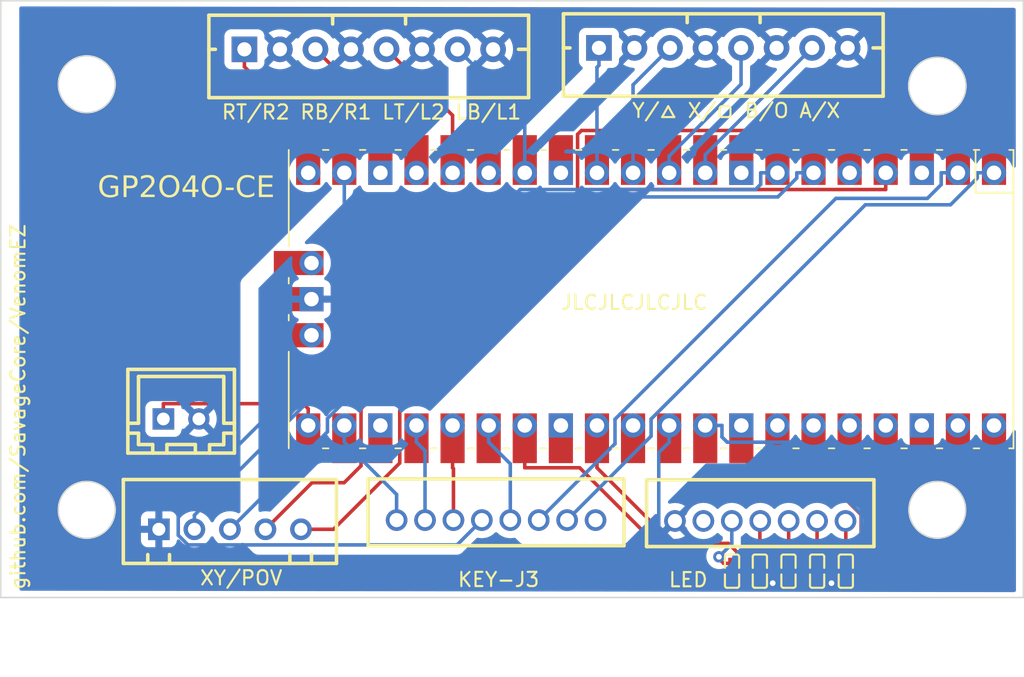
<source format=kicad_pcb>
(kicad_pcb (version 20221018) (generator pcbnew)
  (title_block (title "EZ Mod for Venom PS3/PS4") (date "2023-07-07") (rev "0.0.1") (company "SavageCore"))
  (layers (0 "F.Cu" signal) (31 "B.Cu" signal) (34 "B.Paste" user) (35 "F.Paste" user) (36 "B.SilkS" user "B.Silkscreen") (37 "F.SilkS" user "F.Silkscreen") (38 "B.Mask" user) (39 "F.Mask" user) (44 "Edge.Cuts" user))
  (net 0 "")
  (net 1 "DOWN")
  (net 2 "GND")
  (net 3 "S2 (START)")
  (net 4 "S1 (SELECT)")
  (net 5 "A2 (TP{slash}CAPTURE)")
  (net 6 "TURBO")
  (net 7 "LS TOGGLE")
  (net 8 "TURBO1")
  (net 9 "PS4 MODE")
  (net 10 "TURBO LED")
  (net 11 "PLED 4")
  (net 12 "PLED 3")
  (net 13 "PLED 2")
  (net 14 "PLED 1")
  (net 15 "LEFT")
  (net 16 "A1 (HOME)")
  (net 17 "RIGHT")
  (net 18 "(3K) R2")
  (net 19 "(3P) R1")
  (net 20 "(4K) L2")
  (net 21 "(4P) L1")
  (net 22 "UP")
  (net 23 "(1K) B1")
  (net 24 "(2K) B2")
  (net 25 "(1P) B3")
  (net 26 "(2P) B4")
  (net 42 "PLEDC1")
  (net 43 "PLEDC2")
  (net 44 "PLEDC3")
  (net 45 "PLEDC4")
  (net 46 "TLEDC1")
  (footprint "MCU_RaspberryPi_and_Boards:RPi_Pico_SMD_TH" (layer "F.Cu") (at 123.2617 95.7077 -90)
    (fp_text reference "U1" hide)
    (fp_text value "Pico")
    (fp_line (start -10.5 -25.5) (end -10.5 -25.2) (stroke (width 0.12)) (layer "F.SilkS"))
    (fp_line (start -10.5 -25.5) (end 10.5 -25.5) (stroke (width 0.12)) (layer "F.SilkS"))
    (fp_line (start -10.5 -23.1) (end -10.5 -22.7) (stroke (width 0.12)) (layer "F.SilkS"))
    (fp_line (start -10.5 -22.833) (end -7.493 -22.833) (stroke (width 0.12)) (layer "F.SilkS"))
    (fp_line (start -10.5 -20.5) (end -10.5 -20.1) (stroke (width 0.12)) (layer "F.SilkS"))
    (fp_line (start -10.5 -18) (end -10.5 -17.6) (stroke (width 0.12)) (layer "F.SilkS"))
    (fp_line (start -10.5 -15.4) (end -10.5 -15) (stroke (width 0.12)) (layer "F.SilkS"))
    (fp_line (start -10.5 -12.9) (end -10.5 -12.5) (stroke (width 0.12)) (layer "F.SilkS"))
    (fp_line (start -10.5 -10.4) (end -10.5 -10) (stroke (width 0.12)) (layer "F.SilkS"))
    (fp_line (start -10.5 -7.8) (end -10.5 -7.4) (stroke (width 0.12)) (layer "F.SilkS"))
    (fp_line (start -10.5 -5.3) (end -10.5 -4.9) (stroke (width 0.12)) (layer "F.SilkS"))
    (fp_line (start -10.5 -2.7) (end -10.5 -2.3) (stroke (width 0.12)) (layer "F.SilkS"))
    (fp_line (start -10.5 -0.2) (end -10.5 0.2) (stroke (width 0.12)) (layer "F.SilkS"))
    (fp_line (start -10.5 2.3) (end -10.5 2.7) (stroke (width 0.12)) (layer "F.SilkS"))
    (fp_line (start -10.5 4.9) (end -10.5 5.3) (stroke (width 0.12)) (layer "F.SilkS"))
    (fp_line (start -10.5 7.4) (end -10.5 7.8) (stroke (width 0.12)) (layer "F.SilkS"))
    (fp_line (start -10.5 10) (end -10.5 10.4) (stroke (width 0.12)) (layer "F.SilkS"))
    (fp_line (start -10.5 12.5) (end -10.5 12.9) (stroke (width 0.12)) (layer "F.SilkS"))
    (fp_line (start -10.5 15.1) (end -10.5 15.5) (stroke (width 0.12)) (layer "F.SilkS"))
    (fp_line (start -10.5 17.6) (end -10.5 18) (stroke (width 0.12)) (layer "F.SilkS"))
    (fp_line (start -10.5 20.1) (end -10.5 20.5) (stroke (width 0.12)) (layer "F.SilkS"))
    (fp_line (start -10.5 22.7) (end -10.5 23.1) (stroke (width 0.12)) (layer "F.SilkS"))
    (fp_line (start -7.493 -22.833) (end -7.493 -25.5) (stroke (width 0.12)) (layer "F.SilkS"))
    (fp_line (start -3.7 25.5) (end -10.5 25.5) (stroke (width 0.12)) (layer "F.SilkS"))
    (fp_line (start -1.5 25.5) (end -1.1 25.5) (stroke (width 0.12)) (layer "F.SilkS"))
    (fp_line (start 1.1 25.5) (end 1.5 25.5) (stroke (width 0.12)) (layer "F.SilkS"))
    (fp_line (start 10.5 -25.5) (end 10.5 -25.2) (stroke (width 0.12)) (layer "F.SilkS"))
    (fp_line (start 10.5 -23.1) (end 10.5 -22.7) (stroke (width 0.12)) (layer "F.SilkS"))
    (fp_line (start 10.5 -20.5) (end 10.5 -20.1) (stroke (width 0.12)) (layer "F.SilkS"))
    (fp_line (start 10.5 -18) (end 10.5 -17.6) (stroke (width 0.12)) (layer "F.SilkS"))
    (fp_line (start 10.5 -15.4) (end 10.5 -15) (stroke (width 0.12)) (layer "F.SilkS"))
    (fp_line (start 10.5 -12.9) (end 10.5 -12.5) (stroke (width 0.12)) (layer "F.SilkS"))
    (fp_line (start 10.5 -10.4) (end 10.5 -10) (stroke (width 0.12)) (layer "F.SilkS"))
    (fp_line (start 10.5 -7.8) (end 10.5 -7.4) (stroke (width 0.12)) (layer "F.SilkS"))
    (fp_line (start 10.5 -5.3) (end 10.5 -4.9) (stroke (width 0.12)) (layer "F.SilkS"))
    (fp_line (start 10.5 -2.7) (end 10.5 -2.3) (stroke (width 0.12)) (layer "F.SilkS"))
    (fp_line (start 10.5 -0.2) (end 10.5 0.2) (stroke (width 0.12)) (layer "F.SilkS"))
    (fp_line (start 10.5 2.3) (end 10.5 2.7) (stroke (width 0.12)) (layer "F.SilkS"))
    (fp_line (start 10.5 4.9) (end 10.5 5.3) (stroke (width 0.12)) (layer "F.SilkS"))
    (fp_line (start 10.5 7.4) (end 10.5 7.8) (stroke (width 0.12)) (layer "F.SilkS"))
    (fp_line (start 10.5 10) (end 10.5 10.4) (stroke (width 0.12)) (layer "F.SilkS"))
    (fp_line (start 10.5 12.5) (end 10.5 12.9) (stroke (width 0.12)) (layer "F.SilkS"))
    (fp_line (start 10.5 15.1) (end 10.5 15.5) (stroke (width 0.12)) (layer "F.SilkS"))
    (fp_line (start 10.5 17.6) (end 10.5 18) (stroke (width 0.12)) (layer "F.SilkS"))
    (fp_line (start 10.5 20.1) (end 10.5 20.5) (stroke (width 0.12)) (layer "F.SilkS"))
    (fp_line (start 10.5 22.7) (end 10.5 23.1) (stroke (width 0.12)) (layer "F.SilkS"))
    (fp_line (start 10.5 25.5) (end 3.7 25.5) (stroke (width 0.12)) (layer "F.SilkS"))
    (pad "" np_thru_hole oval (at -2.725 -24 270) (size 1.8 1.8) (drill 1.8) (layers "*.Cu" "*.Mask"))
    (pad "" np_thru_hole oval (at -2.425 -20.97 270) (size 1.5 1.5) (drill 1.5) (layers "*.Cu" "*.Mask"))
    (pad "" np_thru_hole oval (at 2.425 -20.97 270) (size 1.5 1.5) (drill 1.5) (layers "*.Cu" "*.Mask"))
    (pad "" np_thru_hole oval (at 2.725 -24 270) (size 1.8 1.8) (drill 1.8) (layers "*.Cu" "*.Mask"))
    (pad "1" thru_hole oval (at -8.89 -24.13 270) (size 1.7 1.7) (drill 1.02) (layers "*.Cu" "*.Mask") (net 9 "PS4 MODE"))
    (pad "1" smd rect (at -8.89 -24.13 270) (size 3.5 1.7) (drill (offset -0.9 0)) (layers "F.Cu" "F.Mask") (net 9 "PS4 MODE"))
    (pad "2" thru_hole oval (at -8.89 -21.59 270) (size 1.7 1.7) (drill 1.02) (layers "*.Cu" "*.Mask") (net 8 "TURBO1"))
    (pad "2" smd rect (at -8.89 -21.59 270) (size 3.5 1.7) (drill (offset -0.9 0)) (layers "F.Cu" "F.Mask") (net 8 "TURBO1"))
    (pad "3" thru_hole rect (at -8.89 -19.05 270) (size 1.7 1.7) (drill 1.02) (layers "*.Cu" "*.Mask"))
    (pad "3" smd rect (at -8.89 -19.05 270) (size 3.5 1.7) (drill (offset -0.9 0)) (layers "F.Cu" "F.Mask"))
    (pad "4" thru_hole oval (at -8.89 -16.51 270) (size 1.7 1.7) (drill 1.02) (layers "*.Cu" "*.Mask") (net 22 "UP"))
    (pad "4" smd rect (at -8.89 -16.51 270) (size 3.5 1.7) (drill (offset -0.9 0)) (layers "F.Cu" "F.Mask") (net 22 "UP"))
    (pad "5" thru_hole oval (at -8.89 -13.97 270) (size 1.7 1.7) (drill 1.02) (layers "*.Cu" "*.Mask") (net 1 "DOWN"))
    (pad "5" smd rect (at -8.89 -13.97 270) (size 3.5 1.7) (drill (offset -0.9 0)) (layers "F.Cu" "F.Mask") (net 1 "DOWN"))
    (pad "6" thru_hole oval (at -8.89 -11.43 270) (size 1.7 1.7) (drill 1.02) (layers "*.Cu" "*.Mask") (net 17 "RIGHT"))
    (pad "6" smd rect (at -8.89 -11.43 270) (size 3.5 1.7) (drill (offset -0.9 0)) (layers "F.Cu" "F.Mask") (net 17 "RIGHT"))
    (pad "7" thru_hole oval (at -8.89 -8.89 270) (size 1.7 1.7) (drill 1.02) (layers "*.Cu" "*.Mask") (net 15 "LEFT"))
    (pad "7" smd rect (at -8.89 -8.89 270) (size 3.5 1.7) (drill (offset -0.9 0)) (layers "F.Cu" "F.Mask") (net 15 "LEFT"))
    (pad "8" thru_hole rect (at -8.89 -6.35 270) (size 1.7 1.7) (drill 1.02) (layers "*.Cu" "*.Mask"))
    (pad "8" smd rect (at -8.89 -6.35 270) (size 3.5 1.7) (drill (offset -0.9 0)) (layers "F.Cu" "F.Mask"))
    (pad "9" thru_hole oval (at -8.89 -3.81 270) (size 1.7 1.7) (drill 1.02) (layers "*.Cu" "*.Mask") (net 23 "(1K) B1"))
    (pad "9" smd rect (at -8.89 -3.81 270) (size 3.5 1.7) (drill (offset -0.9 0)) (layers "F.Cu" "F.Mask") (net 23 "(1K) B1"))
    (pad "10" thru_hole oval (at -8.89 -1.27 270) (size 1.7 1.7) (drill 1.02) (layers "*.Cu" "*.Mask") (net 24 "(2K) B2"))
    (pad "10" smd rect (at -8.89 -1.27 270) (size 3.5 1.7) (drill (offset -0.9 0)) (layers "F.Cu" "F.Mask") (net 24 "(2K) B2"))
    (pad "11" thru_hole oval (at -8.89 1.27 270) (size 1.7 1.7) (drill 1.02) (layers "*.Cu" "*.Mask") (net 25 "(1P) B3"))
    (pad "11" smd rect (at -8.89 1.27 270) (size 3.5 1.7) (drill (offset -0.9 0)) (layers "F.Cu" "F.Mask") (net 25 "(1P) B3"))
    (pad "12" thru_hole oval (at -8.89 3.81 270) (size 1.7 1.7) (drill 1.02) (layers "*.Cu" "*.Mask") (net 26 "(2P) B4"))
    (pad "12" smd rect (at -8.89 3.81 270) (size 3.5 1.7) (drill (offset -0.9 0)) (layers "F.Cu" "F.Mask") (net 26 "(2P) B4"))
    (pad "13" thru_hole rect (at -8.89 6.35 270) (size 1.7 1.7) (drill 1.02) (layers "*.Cu" "*.Mask"))
    (pad "13" smd rect (at -8.89 6.35 270) (size 3.5 1.7) (drill (offset -0.9 0)) (layers "F.Cu" "F.Mask"))
    (pad "14" thru_hole oval (at -8.89 8.89 270) (size 1.7 1.7) (drill 1.02) (layers "*.Cu" "*.Mask") (net 21 "(4P) L1"))
    (pad "14" smd rect (at -8.89 8.89 270) (size 3.5 1.7) (drill (offset -0.9 0)) (layers "F.Cu" "F.Mask") (net 21 "(4P) L1"))
    (pad "15" thru_hole oval (at -8.89 11.43 270) (size 1.7 1.7) (drill 1.02) (layers "*.Cu" "*.Mask"))
    (pad "15" smd rect (at -8.89 11.43 270) (size 3.5 1.7) (drill (offset -0.9 0)) (layers "F.Cu" "F.Mask"))
    (pad "16" thru_hole oval (at -8.89 13.97 270) (size 1.7 1.7) (drill 1.02) (layers "*.Cu" "*.Mask") (net 20 "(4K) L2"))
    (pad "16" smd rect (at -8.89 13.97 270) (size 3.5 1.7) (drill (offset -0.9 0)) (layers "F.Cu" "F.Mask") (net 20 "(4K) L2"))
    (pad "17" thru_hole oval (at -8.89 16.51 270) (size 1.7 1.7) (drill 1.02) (layers "*.Cu" "*.Mask") (net 19 "(3P) R1"))
    (pad "17" smd rect (at -8.89 16.51 270) (size 3.5 1.7) (drill (offset -0.9 0)) (layers "F.Cu" "F.Mask") (net 19 "(3P) R1"))
    (pad "18" thru_hole rect (at -8.89 19.05 270) (size 1.7 1.7) (drill 1.02) (layers "*.Cu" "*.Mask"))
    (pad "18" smd rect (at -8.89 19.05 270) (size 3.5 1.7) (drill (offset -0.9 0)) (layers "F.Cu" "F.Mask"))
    (pad "19" thru_hole oval (at -8.89 21.59 270) (size 1.7 1.7) (drill 1.02) (layers "*.Cu" "*.Mask") (net 6 "TURBO"))
    (pad "19" smd rect (at -8.89 21.59 270) (size 3.5 1.7) (drill (offset -0.9 0)) (layers "F.Cu" "F.Mask") (net 6 "TURBO"))
    (pad "20" thru_hole oval (at -8.89 24.13 270) (size 1.7 1.7) (drill 1.02) (layers "*.Cu" "*.Mask") (net 18 "(3K) R2"))
    (pad "20" smd rect (at -8.89 24.13 270) (size 3.5 1.7) (drill (offset -0.9 0)) (layers "F.Cu" "F.Mask") (net 18 "(3K) R2"))
    (pad "21" thru_hole oval (at 8.89 24.13 270) (size 1.7 1.7) (drill 1.02) (layers "*.Cu" "*.Mask") (net 16 "A1 (HOME)"))
    (pad "21" smd rect (at 8.89 24.13 270) (size 3.5 1.7) (drill (offset 0.9 0)) (layers "F.Cu" "F.Mask") (net 16 "A1 (HOME)"))
    (pad "22" thru_hole oval (at 8.89 21.59 270) (size 1.7 1.7) (drill 1.02) (layers "*.Cu" "*.Mask") (net 3 "S2 (START)"))
    (pad "22" smd rect (at 8.89 21.59 270) (size 3.5 1.7) (drill (offset 0.9 0)) (layers "F.Cu" "F.Mask") (net 3 "S2 (START)"))
    (pad "23" thru_hole rect (at 8.89 19.05 270) (size 1.7 1.7) (drill 1.02) (layers "*.Cu" "*.Mask"))
    (pad "23" smd rect (at 8.89 19.05 270) (size 3.5 1.7) (drill (offset 0.9 0)) (layers "F.Cu" "F.Mask"))
    (pad "24" thru_hole oval (at 8.89 16.51 270) (size 1.7 1.7) (drill 1.02) (layers "*.Cu" "*.Mask") (net 4 "S1 (SELECT)"))
    (pad "24" smd rect (at 8.89 16.51 270) (size 3.5 1.7) (drill (offset 0.9 0)) (layers "F.Cu" "F.Mask") (net 4 "S1 (SELECT)"))
    (pad "25" thru_hole oval (at 8.89 13.97 270) (size 1.7 1.7) (drill 1.02) (layers "*.Cu" "*.Mask") (net 5 "A2 (TP{slash}CAPTURE)"))
    (pad "25" smd rect (at 8.89 13.97 270) (size 3.5 1.7) (drill (offset 0.9 0)) (layers "F.Cu" "F.Mask") (net 5 "A2 (TP{slash}CAPTURE)"))
    (pad "26" thru_hole oval (at 8.89 11.43 270) (size 1.7 1.7) (drill 1.02) (layers "*.Cu" "*.Mask") (net 7 "LS TOGGLE"))
    (pad "26" smd rect (at 8.89 11.43 270) (size 3.5 1.7) (drill (offset 0.9 0)) (layers "F.Cu" "F.Mask") (net 7 "LS TOGGLE"))
    (pad "27" thru_hole oval (at 8.89 8.89 270) (size 1.7 1.7) (drill 1.02) (layers "*.Cu" "*.Mask") (net 46 "TLEDC1"))
    (pad "27" smd rect (at 8.89 8.89 270) (size 3.5 1.7) (drill (offset 0.9 0)) (layers "F.Cu" "F.Mask") (net 46 "TLEDC1"))
    (pad "28" thru_hole rect (at 8.89 6.35 270) (size 1.7 1.7) (drill 1.02) (layers "*.Cu" "*.Mask"))
    (pad "28" smd rect (at 8.89 6.35 270) (size 3.5 1.7) (drill (offset 0.9 0)) (layers "F.Cu" "F.Mask"))
    (pad "29" thru_hole oval (at 8.89 3.81 270) (size 1.7 1.7) (drill 1.02) (layers "*.Cu" "*.Mask") (net 45 "PLEDC4"))
    (pad "29" smd rect (at 8.89 3.81 270) (size 3.5 1.7) (drill (offset 0.9 0)) (layers "F.Cu" "F.Mask") (net 45 "PLEDC4"))
    (pad "30" thru_hole oval (at 8.89 1.27 270) (size 1.7 1.7) (drill 1.02) (layers "*.Cu" "*.Mask"))
    (pad "30" smd rect (at 8.89 1.27 270) (size 3.5 1.7) (drill (offset 0.9 0)) (layers "F.Cu" "F.Mask"))
    (pad "31" thru_hole oval (at 8.89 -1.27 270) (size 1.7 1.7) (drill 1.02) (layers "*.Cu" "*.Mask") (net 44 "PLEDC3"))
    (pad "31" smd rect (at 8.89 -1.27 270) (size 3.5 1.7) (drill (offset 0.9 0)) (layers "F.Cu" "F.Mask") (net 44 "PLEDC3"))
    (pad "32" thru_hole oval (at 8.89 -3.81 270) (size 1.7 1.7) (drill 1.02) (layers "*.Cu" "*.Mask") (net 43 "PLEDC2"))
    (pad "32" smd rect (at 8.89 -3.81 270) (size 3.5 1.7) (drill (offset 0.9 0)) (layers "F.Cu" "F.Mask") (net 43 "PLEDC2"))
    (pad "33" thru_hole rect (at 8.89 -6.35 270) (size 1.7 1.7) (drill 1.02) (layers "*.Cu" "*.Mask"))
    (pad "33" smd rect (at 8.89 -6.35 270) (size 3.5 1.7) (drill (offset 0.9 0)) (layers "F.Cu" "F.Mask"))
    (pad "34" thru_hole oval (at 8.89 -8.89 270) (size 1.7 1.7) (drill 1.02) (layers "*.Cu" "*.Mask") (net 42 "PLEDC1"))
    (pad "34" smd rect (at 8.89 -8.89 270) (size 3.5 1.7) (drill (offset 0.9 0)) (layers "F.Cu" "F.Mask") (net 42 "PLEDC1"))
    (pad "35" thru_hole oval (at 8.89 -11.43 270) (size 1.7 1.7) (drill 1.02) (layers "*.Cu" "*.Mask"))
    (pad "35" smd rect (at 8.89 -11.43 270) (size 3.5 1.7) (drill (offset 0.9 0)) (layers "F.Cu" "F.Mask"))
    (pad "36" thru_hole oval (at 8.89 -13.97 270) (size 1.7 1.7) (drill 1.02) (layers "*.Cu" "*.Mask"))
    (pad "36" smd rect (at 8.89 -13.97 270) (size 3.5 1.7) (drill (offset 0.9 0)) (layers "F.Cu" "F.Mask"))
    (pad "37" thru_hole oval (at 8.89 -16.51 270) (size 1.7 1.7) (drill 1.02) (layers "*.Cu" "*.Mask"))
    (pad "37" smd rect (at 8.89 -16.51 270) (size 3.5 1.7) (drill (offset 0.9 0)) (layers "F.Cu" "F.Mask"))
    (pad "38" thru_hole rect (at 8.89 -19.05 270) (size 1.7 1.7) (drill 1.02) (layers "*.Cu" "*.Mask"))
    (pad "38" smd rect (at 8.89 -19.05 270) (size 3.5 1.7) (drill (offset 0.9 0)) (layers "F.Cu" "F.Mask"))
    (pad "39" thru_hole oval (at 8.89 -21.59 270) (size 1.7 1.7) (drill 1.02) (layers "*.Cu" "*.Mask"))
    (pad "39" smd rect (at 8.89 -21.59 270) (size 3.5 1.7) (drill (offset 0.9 0)) (layers "F.Cu" "F.Mask"))
    (pad "40" thru_hole oval (at 8.89 -24.13 270) (size 1.7 1.7) (drill 1.02) (layers "*.Cu" "*.Mask"))
    (pad "40" smd rect (at 8.89 -24.13 270) (size 3.5 1.7) (drill (offset 0.9 0)) (layers "F.Cu" "F.Mask"))
    (pad "41" thru_hole oval (at -2.54 23.9 270) (size 1.7 1.7) (drill 1.02) (layers "*.Cu" "*.Mask"))
    (pad "41" smd rect (at -2.54 23.9) (size 3.5 1.7) (drill (offset -0.9 0)) (layers "F.Cu" "F.Mask"))
    (pad "42" thru_hole rect (at 0 23.9 270) (size 1.7 1.7) (drill 1.02) (layers "*.Cu" "*.Mask") (net 2 "GND"))
    (pad "42" smd rect (at 0 23.9) (size 3.5 1.7) (drill (offset -0.9 0)) (layers "F.Cu" "F.Mask") (net 2 "GND"))
    (pad "43" thru_hole oval (at 2.54 23.9 270) (size 1.7 1.7) (drill 1.02) (layers "*.Cu" "*.Mask"))
    (pad "43" smd rect (at 2.54 23.9) (size 3.5 1.7) (drill (offset -0.9 0)) (layers "F.Cu" "F.Mask"))
  )
  (footprint "easyeda2kicad:CONN-TH_2P-P2.50_HC-XH-2A-G" (layer "F.Cu") (at 90.19 104.14)
    (fp_text reference "CN5" hide)
    (fp_text value "HC-XH-2A-G")
    (fp_line (start -3.75 -3.49) (end -3.75 2.4) (stroke (width 0.25)) (layer "F.SilkS"))
    (fp_line (start -3.75 0.3) (end -3 0.3) (stroke (width 0.25)) (layer "F.SilkS"))
    (fp_line (start -3.75 1) (end -3 1) (stroke (width 0.25)) (layer "F.SilkS"))
    (fp_line (start -3 -2.99) (end 3 -2.99) (stroke (width 0.25)) (layer "F.SilkS"))
    (fp_line (start -3 0.3) (end -3 -2.99) (stroke (width 0.25)) (layer "F.SilkS"))
    (fp_line (start -3 1) (end -3 1.8) (stroke (width 0.25)) (layer "F.SilkS"))
    (fp_line (start -3 1.8) (end -2 1.8) (stroke (width 0.25)) (layer "F.SilkS"))
    (fp_line (start -2 1.8) (end -2 2.4) (stroke (width 0.25)) (layer "F.SilkS"))
    (fp_line (start -1 1.8) (end 1 1.8) (stroke (width 0.25)) (layer "F.SilkS"))
    (fp_line (start -1 2.4) (end -1 1.8) (stroke (width 0.25)) (layer "F.SilkS"))
    (fp_line (start 1 1.8) (end 1 2.4) (stroke (width 0.25)) (layer "F.SilkS"))
    (fp_line (start 2 1.81) (end 2 2.41) (stroke (width 0.25)) (layer "F.SilkS"))
    (fp_line (start 3 -2.99) (end 3 0.3) (stroke (width 0.25)) (layer "F.SilkS"))
    (fp_line (start 3 0.3) (end 3.75 0.3) (stroke (width 0.25)) (layer "F.SilkS"))
    (fp_line (start 3 1) (end 3 1.81) (stroke (width 0.25)) (layer "F.SilkS"))
    (fp_line (start 3 1.81) (end 2 1.81) (stroke (width 0.25)) (layer "F.SilkS"))
    (fp_line (start 3.75 -3.49) (end -3.75 -3.49) (stroke (width 0.25)) (layer "F.SilkS"))
    (fp_line (start 3.75 -3.49) (end 3.75 2.4) (stroke (width 0.25)) (layer "F.SilkS"))
    (fp_line (start 3.75 1) (end 3 1) (stroke (width 0.25)) (layer "F.SilkS"))
    (fp_line (start 3.75 2.4) (end -3.75 2.4) (stroke (width 0.25)) (layer "F.SilkS"))
    (pad "1" thru_hole rect (at -1.25 0) (size 1.52 1.5) (drill 0.900024) (layers "*.Cu" "*.Paste" "*.Mask") (net 16 "A1 (HOME)"))
    (pad "2" thru_hole circle (at 1.25 0) (size 1.5 1.5) (drill 0.900024) (layers "*.Cu" "*.Paste" "*.Mask") (net 2 "GND"))
  )
  (footprint "easyeda2kicad:C0402" (layer "F.Cu") (at 132.9295 114.85 90)
    (fp_text reference "C3" hide)
    (fp_text value "CL05B103KB5NNNC")
    (fp_line (start -1.17 0.35) (end -1.17 -0.35) (stroke (width 0.15)) (layer "F.SilkS"))
    (fp_line (start -1.02 -0.5) (end -0.23 -0.5) (stroke (width 0.15)) (layer "F.SilkS"))
    (fp_line (start -0.23 0.5) (end -1.02 0.5) (stroke (width 0.15)) (layer "F.SilkS"))
    (fp_line (start 0.23 0.5) (end 1.02 0.5) (stroke (width 0.15)) (layer "F.SilkS"))
    (fp_line (start 1.02 -0.5) (end 0.23 -0.5) (stroke (width 0.15)) (layer "F.SilkS"))
    (fp_line (start 1.17 0.35) (end 1.17 -0.35) (stroke (width 0.15)) (layer "F.SilkS"))
    (fp_arc (start -1.17 -0.35) (mid -1.126066 -0.456066) (end -1.02 -0.5) (stroke (width 0.15)) (layer "F.SilkS"))
    (fp_arc (start -1.02 0.5) (mid -1.126066 0.456066) (end -1.17 0.35) (stroke (width 0.15)) (layer "F.SilkS"))
    (fp_arc (start 1.02 -0.5) (mid 1.126066 -0.456066) (end 1.17 -0.35) (stroke (width 0.15)) (layer "F.SilkS"))
    (fp_arc (start 1.17 0.35) (mid 1.126066 0.456066) (end 1.02 0.5) (stroke (width 0.15)) (layer "F.SilkS"))
    (pad "1" smd rect (at -0.55 0 90) (size 0.79 0.54) (layers "F.Cu" "F.Paste" "F.Mask") (net 44 "PLEDC3"))
    (pad "2" smd rect (at 0.55 0 90) (size 0.79 0.54) (layers "F.Cu" "F.Paste" "F.Mask") (net 12 "PLED 3"))
  )
  (footprint "easyeda2kicad:CONN-TH_8P-P2.50_HCTL_XH-8A_C2908606" (layer "F.Cu") (at 103.392 78.1281)
    (fp_text reference "CN3" hide)
    (fp_text value "HC-XH-8A-G")
    (fp_line (start -11.25 -2.4) (end 11.25 -2.4) (stroke (width 0.25)) (layer "F.SilkS"))
    (fp_line (start -11.25 3.4) (end -11.25 -2.4) (stroke (width 0.25)) (layer "F.SilkS"))
    (fp_line (start -11.25 3.4) (end 11.25 3.4) (stroke (width 0.25)) (layer "F.SilkS"))
    (fp_line (start -10.79 0) (end -11.25 0) (stroke (width 0.25)) (layer "F.SilkS"))
    (fp_line (start -2.54 -2.4) (end -2.54 -1.78) (stroke (width 0.25)) (layer "F.SilkS"))
    (fp_line (start 2.59 -2.4) (end 2.59 -1.78) (stroke (width 0.25)) (layer "F.SilkS"))
    (fp_line (start 10.54 0) (end 11.25 0) (stroke (width 0.25)) (layer "F.SilkS"))
    (fp_line (start 11.25 3.4) (end 11.25 -2.4) (stroke (width 0.25)) (layer "F.SilkS"))
    (pad "1" thru_hole rect (at -8.75 0) (size 1.8 1.8) (drill 0.999998) (layers "*.Cu" "*.Paste" "*.Mask") (net 18 "(3K) R2"))
    (pad "2" thru_hole circle (at -6.25 0) (size 1.8 1.8) (drill 0.999998) (layers "*.Cu" "*.Paste" "*.Mask") (net 2 "GND"))
    (pad "3" thru_hole circle (at -3.75 0) (size 1.8 1.8) (drill 0.999998) (layers "*.Cu" "*.Paste" "*.Mask") (net 19 "(3P) R1"))
    (pad "4" thru_hole circle (at -1.25 0) (size 1.8 1.8) (drill 0.999998) (layers "*.Cu" "*.Paste" "*.Mask") (net 2 "GND"))
    (pad "5" thru_hole circle (at 1.25 0) (size 1.8 1.8) (drill 0.999998) (layers "*.Cu" "*.Paste" "*.Mask") (net 20 "(4K) L2"))
    (pad "6" thru_hole circle (at 3.75 0) (size 1.8 1.8) (drill 0.999998) (layers "*.Cu" "*.Paste" "*.Mask") (net 2 "GND"))
    (pad "7" thru_hole circle (at 6.25 0) (size 1.8 1.8) (drill 0.999998) (layers "*.Cu" "*.Paste" "*.Mask") (net 21 "(4P) L1"))
    (pad "8" thru_hole circle (at 8.75 0) (size 1.8 1.8) (drill 0.999998) (layers "*.Cu" "*.Paste" "*.Mask") (net 2 "GND"))
  )
  (footprint "easyeda2kicad:CONN-TH_5P-P2.50_HC-XH-5A-G" (layer "F.Cu") (at 93.6219 111.9036)
    (fp_text reference "CN1" hide)
    (fp_text value "HC-XH-5A-G")
    (fp_line (start -7.5 -3.5) (end -7.5 2.4) (stroke (width 0.25)) (layer "F.SilkS"))
    (fp_line (start -5.78 1.78) (end -5.78 2.4) (stroke (width 0.25)) (layer "F.SilkS"))
    (fp_line (start -4.25 1.78) (end -4.25 2.4) (stroke (width 0.25)) (layer "F.SilkS"))
    (fp_line (start 4.22 1.78) (end 4.22 2.4) (stroke (width 0.25)) (layer "F.SilkS"))
    (fp_line (start 5.74 1.78) (end 5.74 2.4) (stroke (width 0.25)) (layer "F.SilkS"))
    (fp_line (start 7.5 -3.5) (end -7.5 -3.5) (stroke (width 0.25)) (layer "F.SilkS"))
    (fp_line (start 7.5 -3.5) (end 7.5 2.4) (stroke (width 0.25)) (layer "F.SilkS"))
    (fp_line (start 7.5 2.4) (end -7.5 2.4) (stroke (width 0.25)) (layer "F.SilkS"))
    (pad "1" thru_hole rect (at -5 0) (size 1.52 1.52) (drill 0.9144) (layers "*.Cu" "*.Paste" "*.Mask") (net 2 "GND"))
    (pad "2" thru_hole circle (at -2.5 0) (size 1.52 1.52) (drill 0.9144) (layers "*.Cu" "*.Paste" "*.Mask") (net 15 "LEFT"))
    (pad "3" thru_hole circle (at 0 0) (size 1.52 1.52) (drill 0.9144) (layers "*.Cu" "*.Paste" "*.Mask") (net 17 "RIGHT"))
    (pad "4" thru_hole circle (at 2.5 0) (size 1.52 1.52) (drill 0.9144) (layers "*.Cu" "*.Paste" "*.Mask") (net 1 "DOWN"))
    (pad "5" thru_hole circle (at 5 0) (size 1.52 1.52) (drill 0.9144) (layers "*.Cu" "*.Paste" "*.Mask") (net 22 "UP"))
  )
  (footprint "easyeda2kicad:C0402" (layer "F.Cu") (at 134.9443 114.85 90)
    (fp_text reference "C2" hide)
    (fp_text value "CL05B103KB5NNNC")
    (fp_line (start -1.17 0.35) (end -1.17 -0.35) (stroke (width 0.15)) (layer "F.SilkS"))
    (fp_line (start -1.02 -0.5) (end -0.23 -0.5) (stroke (width 0.15)) (layer "F.SilkS"))
    (fp_line (start -0.23 0.5) (end -1.02 0.5) (stroke (width 0.15)) (layer "F.SilkS"))
    (fp_line (start 0.23 0.5) (end 1.02 0.5) (stroke (width 0.15)) (layer "F.SilkS"))
    (fp_line (start 1.02 -0.5) (end 0.23 -0.5) (stroke (width 0.15)) (layer "F.SilkS"))
    (fp_line (start 1.17 0.35) (end 1.17 -0.35) (stroke (width 0.15)) (layer "F.SilkS"))
    (fp_arc (start -1.17 -0.35) (mid -1.126066 -0.456066) (end -1.02 -0.5) (stroke (width 0.15)) (layer "F.SilkS"))
    (fp_arc (start -1.02 0.5) (mid -1.126066 0.456066) (end -1.17 0.35) (stroke (width 0.15)) (layer "F.SilkS"))
    (fp_arc (start 1.02 -0.5) (mid 1.126066 -0.456066) (end 1.17 -0.35) (stroke (width 0.15)) (layer "F.SilkS"))
    (fp_arc (start 1.17 0.35) (mid 1.126066 0.456066) (end 1.02 0.5) (stroke (width 0.15)) (layer "F.SilkS"))
    (pad "1" smd rect (at -0.55 0 90) (size 0.79 0.54) (layers "F.Cu" "F.Paste" "F.Mask") (net 43 "PLEDC2"))
    (pad "2" smd rect (at 0.55 0 90) (size 0.79 0.54) (layers "F.Cu" "F.Paste" "F.Mask") (net 13 "PLED 2"))
  )
  (footprint "easyeda2kicad:C0402" (layer "F.Cu") (at 130.9158 114.85 90)
    (fp_text reference "C4" hide)
    (fp_text value "CL05B103KB5NNNC")
    (fp_line (start -1.17 0.35) (end -1.17 -0.35) (stroke (width 0.15)) (layer "F.SilkS"))
    (fp_line (start -1.02 -0.5) (end -0.23 -0.5) (stroke (width 0.15)) (layer "F.SilkS"))
    (fp_line (start -0.23 0.5) (end -1.02 0.5) (stroke (width 0.15)) (layer "F.SilkS"))
    (fp_line (start 0.23 0.5) (end 1.02 0.5) (stroke (width 0.15)) (layer "F.SilkS"))
    (fp_line (start 1.02 -0.5) (end 0.23 -0.5) (stroke (width 0.15)) (layer "F.SilkS"))
    (fp_line (start 1.17 0.35) (end 1.17 -0.35) (stroke (width 0.15)) (layer "F.SilkS"))
    (fp_arc (start -1.17 -0.35) (mid -1.126066 -0.456066) (end -1.02 -0.5) (stroke (width 0.15)) (layer "F.SilkS"))
    (fp_arc (start -1.02 0.5) (mid -1.126066 0.456066) (end -1.17 0.35) (stroke (width 0.15)) (layer "F.SilkS"))
    (fp_arc (start 1.02 -0.5) (mid 1.126066 -0.456066) (end 1.17 -0.35) (stroke (width 0.15)) (layer "F.SilkS"))
    (fp_arc (start 1.17 0.35) (mid 1.126066 0.456066) (end 1.02 0.5) (stroke (width 0.15)) (layer "F.SilkS"))
    (pad "1" smd rect (at -0.55 0 90) (size 0.79 0.54) (layers "F.Cu" "F.Paste" "F.Mask") (net 45 "PLEDC4"))
    (pad "2" smd rect (at 0.55 0 90) (size 0.79 0.54) (layers "F.Cu" "F.Paste" "F.Mask") (net 11 "PLED 4"))
  )
  (footprint "easyeda2kicad:C0402" (layer "F.Cu") (at 136.9644 114.85 90)
    (fp_text reference "C1" hide)
    (fp_text value "CL05B103KB5NNNC")
    (fp_line (start -1.17 0.35) (end -1.17 -0.35) (stroke (width 0.15)) (layer "F.SilkS"))
    (fp_line (start -1.02 -0.5) (end -0.23 -0.5) (stroke (width 0.15)) (layer "F.SilkS"))
    (fp_line (start -0.23 0.5) (end -1.02 0.5) (stroke (width 0.15)) (layer "F.SilkS"))
    (fp_line (start 0.23 0.5) (end 1.02 0.5) (stroke (width 0.15)) (layer "F.SilkS"))
    (fp_line (start 1.02 -0.5) (end 0.23 -0.5) (stroke (width 0.15)) (layer "F.SilkS"))
    (fp_line (start 1.17 0.35) (end 1.17 -0.35) (stroke (width 0.15)) (layer "F.SilkS"))
    (fp_arc (start -1.17 -0.35) (mid -1.126066 -0.456066) (end -1.02 -0.5) (stroke (width 0.15)) (layer "F.SilkS"))
    (fp_arc (start -1.02 0.5) (mid -1.126066 0.456066) (end -1.17 0.35) (stroke (width 0.15)) (layer "F.SilkS"))
    (fp_arc (start 1.02 -0.5) (mid 1.126066 -0.456066) (end 1.17 -0.35) (stroke (width 0.15)) (layer "F.SilkS"))
    (fp_arc (start 1.17 0.35) (mid 1.126066 0.456066) (end 1.02 0.5) (stroke (width 0.15)) (layer "F.SilkS"))
    (pad "1" smd rect (at -0.55 0 90) (size 0.79 0.54) (layers "F.Cu" "F.Paste" "F.Mask") (net 42 "PLEDC1"))
    (pad "2" smd rect (at 0.55 0 90) (size 0.79 0.54) (layers "F.Cu" "F.Paste" "F.Mask") (net 14 "PLED 1"))
  )
  (footprint "easyeda2kicad:CONN-TH_7P-P2.00_HCTL_HC-PH-7A-X" (layer "F.Cu") (at 130.9416 111.3181)
    (fp_text reference "CN6" hide)
    (fp_text value "HC-PH-7A-G")
    (fp_line (start -8 1.8) (end -8 -2.9) (stroke (width 0.25)) (layer "F.SilkS"))
    (fp_line (start 8 -2.9) (end -8 -2.9) (stroke (width 0.25)) (layer "F.SilkS"))
    (fp_line (start 8 -2.9) (end 8 1.8) (stroke (width 0.25)) (layer "F.SilkS"))
    (fp_line (start 8 1.8) (end -8 1.8) (stroke (width 0.25)) (layer "F.SilkS"))
    (pad "1" thru_hole circle (at -6 0) (size 1.52 1.52) (drill 0.999998) (layers "*.Cu" "*.Paste" "*.Mask") (net 2 "GND"))
    (pad "2" thru_hole circle (at -4 0) (size 1.52 1.52) (drill 0.999998) (layers "*.Cu" "*.Paste" "*.Mask"))
    (pad "3" thru_hole circle (at -2 0) (size 1.52 1.52) (drill 0.999998) (layers "*.Cu" "*.Paste" "*.Mask") (net 10 "TURBO LED"))
    (pad "4" thru_hole circle (at 0 0) (size 1.52 1.52) (drill 0.999998) (layers "*.Cu" "*.Paste" "*.Mask") (net 11 "PLED 4"))
    (pad "5" thru_hole circle (at 2 0) (size 1.52 1.52) (drill 0.999998) (layers "*.Cu" "*.Paste" "*.Mask") (net 12 "PLED 3"))
    (pad "6" thru_hole circle (at 4 0) (size 1.52 1.52) (drill 0.999998) (layers "*.Cu" "*.Paste" "*.Mask") (net 13 "PLED 2"))
    (pad "7" thru_hole circle (at 6 0) (size 1.52 1.52) (drill 0.999998) (layers "*.Cu" "*.Paste" "*.Mask") (net 14 "PLED 1"))
  )
  (footprint "easyeda2kicad:CONN-TH_8P-P2.50_HCTL_XH-8A_C2908606" (layer "F.Cu") (at 128.3417 78.0286)
    (fp_text reference "CN4" hide)
    (fp_text value "HC-XH-8A-G")
    (fp_line (start -11.25 -2.4) (end 11.25 -2.4) (stroke (width 0.25)) (layer "F.SilkS"))
    (fp_line (start -11.25 3.4) (end -11.25 -2.4) (stroke (width 0.25)) (layer "F.SilkS"))
    (fp_line (start -11.25 3.4) (end 11.25 3.4) (stroke (width 0.25)) (layer "F.SilkS"))
    (fp_line (start -10.79 0) (end -11.25 0) (stroke (width 0.25)) (layer "F.SilkS"))
    (fp_line (start -2.54 -2.4) (end -2.54 -1.78) (stroke (width 0.25)) (layer "F.SilkS"))
    (fp_line (start 2.59 -2.4) (end 2.59 -1.78) (stroke (width 0.25)) (layer "F.SilkS"))
    (fp_line (start 10.54 0) (end 11.25 0) (stroke (width 0.25)) (layer "F.SilkS"))
    (fp_line (start 11.25 3.4) (end 11.25 -2.4) (stroke (width 0.25)) (layer "F.SilkS"))
    (pad "1" thru_hole rect (at -8.75 0) (size 1.8 1.8) (drill 0.999998) (layers "*.Cu" "*.Paste" "*.Mask") (net 26 "(2P) B4"))
    (pad "2" thru_hole circle (at -6.25 0) (size 1.8 1.8) (drill 0.999998) (layers "*.Cu" "*.Paste" "*.Mask") (net 2 "GND"))
    (pad "3" thru_hole circle (at -3.75 0) (size 1.8 1.8) (drill 0.999998) (layers "*.Cu" "*.Paste" "*.Mask") (net 25 "(1P) B3"))
    (pad "4" thru_hole circle (at -1.25 0) (size 1.8 1.8) (drill 0.999998) (layers "*.Cu" "*.Paste" "*.Mask") (net 2 "GND"))
    (pad "5" thru_hole circle (at 1.25 0) (size 1.8 1.8) (drill 0.999998) (layers "*.Cu" "*.Paste" "*.Mask") (net 24 "(2K) B2"))
    (pad "6" thru_hole circle (at 3.75 0) (size 1.8 1.8) (drill 0.999998) (layers "*.Cu" "*.Paste" "*.Mask") (net 2 "GND"))
    (pad "7" thru_hole circle (at 6.25 0) (size 1.8 1.8) (drill 0.999998) (layers "*.Cu" "*.Paste" "*.Mask") (net 23 "(1K) B1"))
    (pad "8" thru_hole circle (at 8.75 0) (size 1.8 1.8) (drill 0.999998) (layers "*.Cu" "*.Paste" "*.Mask") (net 2 "GND"))
  )
  (footprint "easyeda2kicad:C0402" (layer "F.Cu") (at 128.9583 114.85 90)
    (fp_text reference "C5" hide)
    (fp_text value "CL05B103KB5NNNC")
    (fp_line (start -1.17 0.35) (end -1.17 -0.35) (stroke (width 0.15)) (layer "F.SilkS"))
    (fp_line (start -1.02 -0.5) (end -0.23 -0.5) (stroke (width 0.15)) (layer "F.SilkS"))
    (fp_line (start -0.23 0.5) (end -1.02 0.5) (stroke (width 0.15)) (layer "F.SilkS"))
    (fp_line (start 0.23 0.5) (end 1.02 0.5) (stroke (width 0.15)) (layer "F.SilkS"))
    (fp_line (start 1.02 -0.5) (end 0.23 -0.5) (stroke (width 0.15)) (layer "F.SilkS"))
    (fp_line (start 1.17 0.35) (end 1.17 -0.35) (stroke (width 0.15)) (layer "F.SilkS"))
    (fp_arc (start -1.17 -0.35) (mid -1.126066 -0.456066) (end -1.02 -0.5) (stroke (width 0.15)) (layer "F.SilkS"))
    (fp_arc (start -1.02 0.5) (mid -1.126066 0.456066) (end -1.17 0.35) (stroke (width 0.15)) (layer "F.SilkS"))
    (fp_arc (start 1.02 -0.5) (mid 1.126066 -0.456066) (end 1.17 -0.35) (stroke (width 0.15)) (layer "F.SilkS"))
    (fp_arc (start 1.17 0.35) (mid 1.126066 0.456066) (end 1.02 0.5) (stroke (width 0.15)) (layer "F.SilkS"))
    (pad "1" smd rect (at -0.55 0 90) (size 0.79 0.54) (layers "F.Cu" "F.Paste" "F.Mask") (net 46 "TLEDC1"))
    (pad "2" smd rect (at 0.55 0 90) (size 0.79 0.54) (layers "F.Cu" "F.Paste" "F.Mask") (net 10 "TURBO LED"))
  )
  (footprint "easyeda2kicad:CONN-TH_8P-P2.00_HCTL_HC-PH-8A-X" (layer "F.Cu") (at 112.3525 111.2573)
    (fp_text reference "CN2" hide)
    (fp_text value "HC-PH-8A-G")
    (fp_line (start -9 1.8) (end -9 -2.9) (stroke (width 0.25)) (layer "F.SilkS"))
    (fp_line (start 9 -2.9) (end -9 -2.9) (stroke (width 0.25)) (layer "F.SilkS"))
    (fp_line (start 9 -2.9) (end 9 1.8) (stroke (width 0.25)) (layer "F.SilkS"))
    (fp_line (start 9 1.8) (end -9 1.8) (stroke (width 0.25)) (layer "F.SilkS"))
    (pad "1" thru_hole circle (at -7 0) (size 1.52 1.52) (drill 0.999998) (layers "*.Cu" "*.Paste" "*.Mask") (net 3 "S2 (START)"))
    (pad "2" thru_hole circle (at -5 0) (size 1.52 1.52) (drill 0.999998) (layers "*.Cu" "*.Paste" "*.Mask") (net 4 "S1 (SELECT)"))
    (pad "3" thru_hole circle (at -3 0) (size 1.52 1.52) (drill 0.999998) (layers "*.Cu" "*.Paste" "*.Mask") (net 5 "A2 (TP{slash}CAPTURE)"))
    (pad "4" thru_hole circle (at -1 0) (size 1.52 1.52) (drill 0.999998) (layers "*.Cu" "*.Paste" "*.Mask") (net 6 "TURBO"))
    (pad "5" thru_hole circle (at 1 0) (size 1.52 1.52) (drill 0.999998) (layers "*.Cu" "*.Paste" "*.Mask") (net 7 "LS TOGGLE"))
    (pad "6" thru_hole circle (at 3 0) (size 1.52 1.52) (drill 0.999998) (layers "*.Cu" "*.Paste" "*.Mask") (net 8 "TURBO1"))
    (pad "7" thru_hole circle (at 5 0) (size 1.52 1.52) (drill 0.999998) (layers "*.Cu" "*.Paste" "*.Mask") (net 9 "PS4 MODE"))
    (pad "8" thru_hole circle (at 7 0) (size 1.52 1.52) (drill 0.999998) (layers "*.Cu" "*.Paste" "*.Mask") (net 2 "GND"))
  )
  (gr_circle (center 83.547094 80.586385) (end 85.484596 81.093787) (stroke (width 0.1)) (fill none) (layer "Edge.Cuts"))
  (gr_circle (center 83.547094 110.534209) (end 85.484594 110.027136) (stroke (width 0.1)) (fill none) (layer "Edge.Cuts"))
  (gr_circle (center 143.401941 80.708788) (end 144.442693 78.976203) (stroke (width 0.1)) (fill none) (layer "Edge.Cuts"))
  (gr_circle (center 143.401941 110.534209) (end 144.23213 112.353265) (stroke (width 0.1)) (fill none) (layer "Edge.Cuts"))
  (gr_rect (start 77.492988 74.707243) (end 149.459652 116.701911) (stroke (width 0.1)) (fill none) (layer "Edge.Cuts"))
  (gr_text "RT/R2 RB/R1 LT/L2 LB/L1" (at 92.959986 83.132388) (layer "F.SilkS") (effects (font (size 1 1)) (justify left bottom)))
  (gr_text "JLCJLCJLCJLC" (at 116.84 96.52) (layer "F.SilkS") (effects (font (size 1 1)) (justify left bottom)))
  (gr_text "github.com/SavageCore/VenomEZ" (at 79.297692 116.232657 90) (layer "F.SilkS") (effects (font (size 1 1)) (justify left bottom)))
  (gr_text "GP2O4O-CE" (at 84.30685 88.780386) (layer "F.SilkS") (effects (font (size 1.5 1.5)) (justify left bottom)))
  (gr_text "LED" (at 124.418774 116.044022) (layer "F.SilkS") (effects (font (size 1 1)) (justify left bottom)))
  (gr_text "XY/POV" (at 91.44 115.913805) (layer "F.SilkS") (effects (font (size 1 1)) (justify left bottom)))
  (gr_text "KEY-J3" (at 109.572178 116.028484) (layer "F.SilkS") (effects (font (size 1 1)) (justify left bottom)))
  (gr_text "Y/△ X/▢ B/O A/X" (at 121.842472 83.025018) (layer "F.SilkS") (effects (font (size 1 1)) (justify left bottom)))
  (segment (start 101.6625 108.6246) (end 99.4009 108.6246) (width 0.25) (layer "F.Cu") (net 1))
  (segment (start 118.3599 83.8408) (end 118.0886 84.1121) (width 0.25) (layer "F.Cu") (net 1))
  (segment (start 102.8486 107.4385) (end 101.6625 108.6246) (width 0.25) (layer "F.Cu") (net 1))
  (segment (start 118.0886 88.1808) (end 102.8486 103.4208) (width 0.25) (layer "F.Cu") (net 1))
  (segment (start 137.2317 86.8177) (end 137.2317 83.8408) (width 0.25) (layer "F.Cu") (net 1))
  (segment (start 102.8486 103.4208) (end 102.8486 107.4385) (width 0.25) (layer "F.Cu") (net 1))
  (segment (start 118.0886 84.1121) (end 118.0886 88.1808) (width 0.25) (layer "F.Cu") (net 1))
  (segment (start 137.2317 83.8408) (end 118.3599 83.8408) (width 0.25) (layer "F.Cu") (net 1))
  (segment (start 99.4009 108.6246) (end 96.1219 111.9036) (width 0.25) (layer "F.Cu") (net 1))
  (segment (start 105.3525 111.2573) (end 105.3525 109.4554) (width 0.25) (layer "B.Cu") (net 3))
  (segment (start 101.6717 104.5977) (end 101.6717 105.7746) (width 0.25) (layer "B.Cu") (net 3))
  (segment (start 105.3525 109.4554) (end 101.6717 105.7746) (width 0.25) (layer "B.Cu") (net 3))
  (segment (start 107.3525 106.3754) (end 106.7517 105.7746) (width 0.25) (layer "B.Cu") (net 4))
  (segment (start 106.7517 104.5977) (end 106.7517 105.7746) (width 0.25) (layer "B.Cu") (net 4))
  (segment (start 107.3525 111.2573) (end 107.3525 106.3754) (width 0.25) (layer "B.Cu") (net 4))
  (segment (start 109.3525 107.6354) (end 109.2917 107.5746) (width 0.25) (layer "F.Cu") (net 5))
  (segment (start 109.2917 104.5977) (end 109.2917 107.5746) (width 0.25) (layer "F.Cu") (net 5))
  (segment (start 109.3525 111.2573) (end 109.3525 107.6354) (width 0.25) (layer "F.Cu") (net 5))
  (segment (start 101.6717 98.5352) (end 101.6717 86.8177) (width 0.25) (layer "B.Cu") (net 6))
  (segment (start 89.9848 112.3182) (end 89.9848 110.2221) (width 0.25) (layer "B.Cu") (net 6))
  (segment (start 111.3525 111.2573) (end 109.6061 113.0037) (width 0.25) (layer "B.Cu") (net 6))
  (segment (start 90.6703 113.0037) (end 89.9848 112.3182) (width 0.25) (layer "B.Cu") (net 6))
  (segment (start 89.9848 110.2221) (end 101.6717 98.5352) (width 0.25) (layer "B.Cu") (net 6))
  (segment (start 109.6061 113.0037) (end 90.6703 113.0037) (width 0.25) (layer "B.Cu") (net 6))
  (segment (start 113.3525 107.2954) (end 111.8317 105.7746) (width 0.25) (layer "B.Cu") (net 7))
  (segment (start 113.3525 111.2573) (end 113.3525 107.2954) (width 0.25) (layer "B.Cu") (net 7))
  (segment (start 111.8317 104.5977) (end 111.8317 105.7746) (width 0.25) (layer "B.Cu") (net 7))
  (segment (start 120.7217 104.1587) (end 136.263 88.6174) (width 0.25) (layer "B.Cu") (net 8))
  (segment (start 144.8517 86.8177) (end 143.6748 86.8177) (width 0.25) (layer "B.Cu") (net 8))
  (segment (start 136.263 88.6174) (end 142.7074 88.6174) (width 0.25) (layer "B.Cu") (net 8))
  (segment (start 120.7217 105.8881) (end 120.7217 104.1587) (width 0.25) (layer "B.Cu") (net 8))
  (segment (start 143.6748 87.65) (end 143.6748 86.8177) (width 0.25) (layer "B.Cu") (net 8))
  (segment (start 142.7074 88.6174) (end 143.6748 87.65) (width 0.25) (layer "B.Cu") (net 8))
  (segment (start 115.3525 111.2573) (end 120.7217 105.8881) (width 0.25) (layer "B.Cu") (net 8))
  (segment (start 146.2148 87.1835) (end 146.2148 86.8177) (width 0.25) (layer "B.Cu") (net 9))
  (segment (start 117.3525 111.2573) (end 123.2617 105.3481) (width 0.25) (layer "B.Cu") (net 9))
  (segment (start 123.2617 105.3481) (end 123.2617 104.1445) (width 0.25) (layer "B.Cu") (net 9))
  (segment (start 138.3369 89.0693) (end 144.329 89.0693) (width 0.25) (layer "B.Cu") (net 9))
  (segment (start 147.3917 86.8177) (end 146.2148 86.8177) (width 0.25) (layer "B.Cu") (net 9))
  (segment (start 123.2617 104.1445) (end 138.3369 89.0693) (width 0.25) (layer "B.Cu") (net 9))
  (segment (start 144.329 89.0693) (end 146.2148 87.1835) (width 0.25) (layer "B.Cu") (net 9))
  (segment (start 128.9583 114.3) (end 128.3614 114.3) (width 0.25) (layer "F.Cu") (net 10))
  (segment (start 128.3614 114.3) (end 128.0349 113.9735) (width 0.25) (layer "F.Cu") (net 10))
  (segment (start 128.0349 113.9735) (end 128.0349 113.842) (width 0.25) (layer "F.Cu") (net 10))
  (via (at 128.0349 113.842) (size 0.8) (drill 0.4) (layers "F.Cu" "B.Cu") (net 10))
  (segment (start 128.9416 112.9353) (end 128.0349 113.842) (width 0.25) (layer "B.Cu") (net 10))
  (segment (start 128.9416 111.3181) (end 128.9416 112.9353) (width 0.25) (layer "B.Cu") (net 10))
  (segment (start 130.9158 111.3439) (end 130.9158 114.3) (width 0.25) (layer "F.Cu") (net 11))
  (segment (start 130.9416 111.3181) (end 130.9158 111.3439) (width 0.25) (layer "F.Cu") (net 11))
  (segment (start 132.9416 111.3181) (end 132.9416 113.566) (width 0.25) (layer "F.Cu") (net 12))
  (segment (start 132.9295 114.3) (end 132.9295 113.5781) (width 0.25) (layer "F.Cu") (net 12))
  (segment (start 132.9416 113.566) (end 132.9295 113.5781) (width 0.25) (layer "F.Cu") (net 12))
  (segment (start 134.9416 111.3181) (end 134.9416 113.5754) (width 0.25) (layer "F.Cu") (net 13))
  (segment (start 134.9443 114.3) (end 134.9443 113.5781) (width 0.25) (layer "F.Cu") (net 13))
  (segment (start 134.9416 113.5754) (end 134.9443 113.5781) (width 0.25) (layer "F.Cu") (net 13))
  (segment (start 136.9644 111.3409) (end 136.9644 114.3) (width 0.25) (layer "F.Cu") (net 14))
  (segment (start 136.9416 111.3181) (end 136.9644 111.3409) (width 0.25) (layer "F.Cu") (net 14))
  (segment (start 91.1219 110.9148) (end 91.1219 111.9036) (width 0.25) (layer "B.Cu") (net 15))
  (segment (start 130.9748 87.6269) (end 130.6071 87.9946) (width 0.25) (layer "B.Cu") (net 15))
  (segment (start 130.6071 87.9946) (end 114.0421 87.9946) (width 0.25) (layer "B.Cu") (net 15))
  (segment (start 130.9748 86.8177) (end 130.9748 87.6269) (width 0.25) (layer "B.Cu") (net 15))
  (segment (start 114.0421 87.9946) (end 91.1219 110.9148) (width 0.25) (layer "B.Cu") (net 15))
  (segment (start 132.1517 86.8177) (end 130.9748 86.8177) (width 0.25) (layer "B.Cu") (net 15))
  (segment (start 88.94 104.14) (end 88.94 103.0631) (width 0.25) (layer "F.Cu") (net 16))
  (segment (start 98.774 103.0631) (end 99.1317 103.4208) (width 0.25) (layer "F.Cu") (net 16))
  (segment (start 88.94 103.0631) (end 98.774 103.0631) (width 0.25) (layer "F.Cu") (net 16))
  (segment (start 99.1317 104.5977) (end 99.1317 103.4208) (width 0.25) (layer "F.Cu") (net 16))
  (segment (start 134.6917 86.8177) (end 133.5148 86.8177) (width 0.25) (layer "B.Cu") (net 17))
  (segment (start 93.6219 111.9036) (end 100.4859 105.0396) (width 0.25) (layer "B.Cu") (net 17))
  (segment (start 116.0766 88.5157) (end 132.1826 88.5157) (width 0.25) (layer "B.Cu") (net 17))
  (segment (start 100.4859 104.1064) (end 116.0766 88.5157) (width 0.25) (layer "B.Cu") (net 17))
  (segment (start 133.5148 87.1835) (end 133.5148 86.8177) (width 0.25) (layer "B.Cu") (net 17))
  (segment (start 132.1826 88.5157) (end 133.5148 87.1835) (width 0.25) (layer "B.Cu") (net 17))
  (segment (start 100.4859 105.0396) (end 100.4859 104.1064) (width 0.25) (layer "B.Cu") (net 17))
  (segment (start 94.642 78.1281) (end 94.642 79.355) (width 0.25) (layer "F.Cu") (net 18))
  (segment (start 99.1317 86.8177) (end 99.1317 83.8408) (width 0.25) (layer "F.Cu") (net 18))
  (segment (start 94.642 79.355) (end 94.6459 79.355) (width 0.25) (layer "F.Cu") (net 18))
  (segment (start 94.6459 79.355) (end 99.1317 83.8408) (width 0.25) (layer "F.Cu") (net 18))
  (segment (start 99.642 78.1281) (end 105.3547 83.8408) (width 0.25) (layer "F.Cu") (net 19))
  (segment (start 105.3547 83.8408) (end 106.7517 83.8408) (width 0.25) (layer "F.Cu") (net 19))
  (segment (start 106.7517 86.8177) (end 106.7517 83.8408) (width 0.25) (layer "F.Cu") (net 19))
  (segment (start 104.642 78.1281) (end 109.2917 82.7778) (width 0.25) (layer "F.Cu") (net 20))
  (segment (start 109.2917 82.7778) (end 109.2917 86.8177) (width 0.25) (layer "F.Cu") (net 20))
  (segment (start 114.3717 82.8578) (end 114.3717 86.8177) (width 0.25) (layer "B.Cu") (net 21))
  (segment (start 109.642 78.1281) (end 114.3717 82.8578) (width 0.25) (layer "B.Cu") (net 21))
  (segment (start 139.7717 86.8177) (end 139.7717 87.9946) (width 0.25) (layer "F.Cu") (net 22))
  (segment (start 105.5748 107.2392) (end 100.9104 111.9036) (width 0.25) (layer "F.Cu") (net 22))
  (segment (start 100.9104 111.9036) (end 98.6219 111.9036) (width 0.25) (layer "F.Cu") (net 22))
  (segment (start 139.7717 87.9946) (end 121.1368 87.9946) (width 0.25) (layer "F.Cu") (net 22))
  (segment (start 121.1368 87.9946) (end 105.5748 103.5566) (width 0.25) (layer "F.Cu") (net 22))
  (segment (start 105.5748 103.5566) (end 105.5748 107.2392) (width 0.25) (layer "F.Cu") (net 22))
  (segment (start 127.0717 85.5486) (end 127.0717 86.8177) (width 0.25) (layer "B.Cu") (net 23))
  (segment (start 134.5917 78.0286) (end 127.0717 85.5486) (width 0.25) (layer "B.Cu") (net 23))
  (segment (start 129.5917 80.5808) (end 124.5317 85.6408) (width 0.25) (layer "B.Cu") (net 24))
  (segment (start 124.5317 86.8177) (end 124.5317 85.6408) (width 0.25) (layer "B.Cu") (net 24))
  (segment (start 129.5917 78.0286) (end 129.5917 80.5808) (width 0.25) (layer "B.Cu") (net 24))
  (segment (start 124.5917 78.0286) (end 121.9917 80.6286) (width 0.25) (layer "B.Cu") (net 25))
  (segment (start 121.9917 80.6286) (end 121.9917 86.8177) (width 0.25) (layer "B.Cu") (net 25))
  (segment (start 119.5917 79.2555) (end 119.4517 79.3955) (width 0.25) (layer "B.Cu") (net 26))
  (segment (start 119.5917 78.0286) (end 119.5917 79.2555) (width 0.25) (layer "B.Cu") (net 26))
  (segment (start 119.4517 79.3955) (end 119.4517 86.8177) (width 0.25) (layer "B.Cu") (net 26))
  (segment (start 132.1517 104.5977) (end 132.1517 107.5746) (width 0.25) (layer "F.Cu") (net 42))
  (segment (start 138.0396 110.8763) (end 138.0396 114.9217) (width 0.25) (layer "F.Cu") (net 42))
  (segment (start 138.0396 114.9217) (end 137.5613 115.4) (width 0.25) (layer "F.Cu") (net 42))
  (segment (start 134.7379 107.5746) (end 138.0396 110.8763) (width 0.25) (layer "F.Cu") (net 42))
  (segment (start 132.1517 107.5746) (end 134.7379 107.5746) (width 0.25) (layer "F.Cu") (net 42))
  (segment (start 136.9644 115.4) (end 137.5613 115.4) (width 0.25) (layer "F.Cu") (net 42))
  (segment (start 135.9544 115.6935) (end 135.8347 115.6935) (width 0.25) (layer "F.Cu") (net 43))
  (segment (start 135.8347 115.6935) (end 135.5412 115.4) (width 0.25) (layer "F.Cu") (net 43))
  (segment (start 134.9443 115.4) (end 135.5412 115.4) (width 0.25) (layer "F.Cu") (net 43))
  (via (at 135.9544 115.6935) (size 0.8) (drill 0.4) (layers "F.Cu" "B.Cu") (net 43))
  (segment (start 128.2486 105.4069) (end 128.6163 105.7746) (width 0.25) (layer "B.Cu") (net 43))
  (segment (start 128.2486 104.5977) (end 128.2486 105.4069) (width 0.25) (layer "B.Cu") (net 43))
  (segment (start 132.9993 105.7746) (end 138.079 110.8543) (width 0.25) (layer "B.Cu") (net 43))
  (segment (start 127.0717 104.5977) (end 128.2486 104.5977) (width 0.25) (layer "B.Cu") (net 43))
  (segment (start 138.079 113.5689) (end 135.9544 115.6935) (width 0.25) (layer "B.Cu") (net 43))
  (segment (start 138.079 110.8543) (end 138.079 113.5689) (width 0.25) (layer "B.Cu") (net 43))
  (segment (start 128.6163 105.7746) (end 132.9993 105.7746) (width 0.25) (layer "B.Cu") (net 43))
  (segment (start 132.9295 115.4) (end 132.3326 115.4) (width 0.25) (layer "F.Cu") (net 44))
  (segment (start 132.0391 115.6935) (end 131.8202 115.6935) (width 0.25) (layer "F.Cu") (net 44))
  (segment (start 132.3326 115.4) (end 132.0391 115.6935) (width 0.25) (layer "F.Cu") (net 44))
  (via (at 131.8202 115.6935) (size 0.8) (drill 0.4) (layers "F.Cu" "B.Cu") (net 44))
  (segment (start 124.5317 105.7746) (end 123.8011 106.5052) (width 0.25) (layer "B.Cu") (net 44))
  (segment (start 123.8011 106.5052) (end 123.8011 111.7211) (width 0.25) (layer "B.Cu") (net 44))
  (segment (start 127.7735 115.6935) (end 131.8202 115.6935) (width 0.25) (layer "B.Cu") (net 44))
  (segment (start 123.8011 111.7211) (end 127.7735 115.6935) (width 0.25) (layer "B.Cu") (net 44))
  (segment (start 124.5317 104.5977) (end 124.5317 105.7746) (width 0.25) (layer "B.Cu") (net 44))
  (segment (start 130.3189 114.5188) (end 128.6947 112.8946) (width 0.25) (layer "F.Cu") (net 45))
  (segment (start 130.9158 115.4) (end 130.3189 115.4) (width 0.25) (layer "F.Cu") (net 45))
  (segment (start 124.7717 112.8946) (end 119.4517 107.5746) (width 0.25) (layer "F.Cu") (net 45))
  (segment (start 119.4517 104.5977) (end 119.4517 107.5746) (width 0.25) (layer "F.Cu") (net 45))
  (segment (start 130.3189 115.4) (end 130.3189 114.5188) (width 0.25) (layer "F.Cu") (net 45))
  (segment (start 128.6947 112.8946) (end 124.7717 112.8946) (width 0.25) (layer "F.Cu") (net 45))
  (segment (start 118.2352 107.5746) (end 114.3717 107.5746) (width 0.25) (layer "F.Cu") (net 46))
  (segment (start 114.3717 104.5977) (end 114.3717 107.5746) (width 0.25) (layer "F.Cu") (net 46))
  (segment (start 126.0606 115.4) (end 118.2352 107.5746) (width 0.25) (layer "F.Cu") (net 46))
  (segment (start 128.9583 115.4) (end 126.0606 115.4) (width 0.25) (layer "F.Cu") (net 46))
  (zone (net 2) (net_name "GND") (layer "B.Cu") (connect_pads (clearance 0.508)) (min_thickness 0.25) (fill yes (thermal_gap 0.5) (thermal_bridge_width 0.5))
    (polygon (pts (xy 78.798166 75.109256) (xy 78.815649 116.227555) (xy 148.937743 116.325724) (xy 148.92026 75.207425)))
  )
)
</source>
